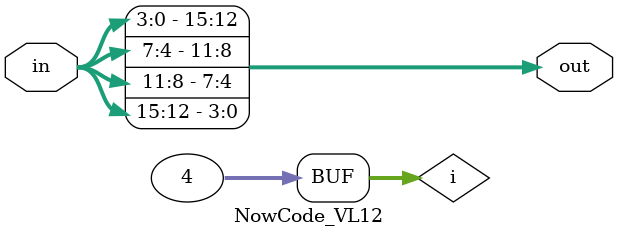
<source format=v>
`timescale 1ns/1ns

module NowCode_VL12(
    input [15:0] in ,
    output reg [15:0] out 
);

    integer i;
    // 15:12 -> 3:0 11:8->7:4 3:0->15:12
    always @* begin
        for(i=0;i<4;i=i+1) begin
            out[4*i+3 : 4*i] = in[4*(3-i)+3 : 4*(3-i)];
        end
    end

endmodule

</source>
